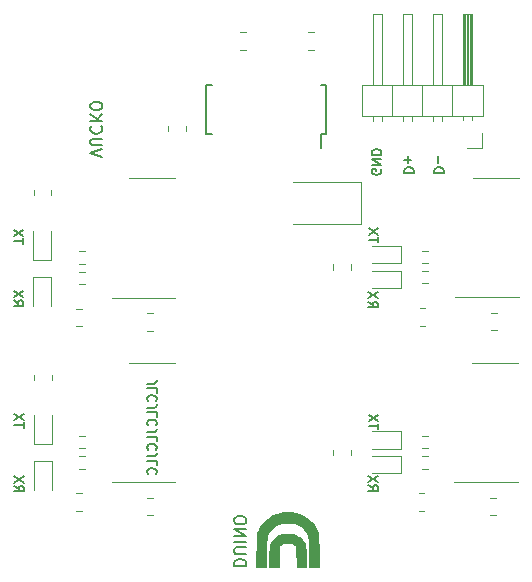
<source format=gbr>
%TF.GenerationSoftware,KiCad,Pcbnew,(6.0.4)*%
%TF.CreationDate,2022-04-04T02:46:47+02:00*%
%TF.ProjectId,Duino Coin,4475696e-6f20-4436-9f69-6e2e6b696361,rev?*%
%TF.SameCoordinates,Original*%
%TF.FileFunction,Legend,Bot*%
%TF.FilePolarity,Positive*%
%FSLAX46Y46*%
G04 Gerber Fmt 4.6, Leading zero omitted, Abs format (unit mm)*
G04 Created by KiCad (PCBNEW (6.0.4)) date 2022-04-04 02:46:47*
%MOMM*%
%LPD*%
G01*
G04 APERTURE LIST*
%ADD10C,0.150000*%
%ADD11C,0.120000*%
%ADD12C,0.010000*%
G04 APERTURE END LIST*
D10*
X181908495Y-129571733D02*
X182289447Y-129838400D01*
X181908495Y-130028876D02*
X182708495Y-130028876D01*
X182708495Y-129724114D01*
X182670400Y-129647923D01*
X182632304Y-129609828D01*
X182556114Y-129571733D01*
X182441828Y-129571733D01*
X182365638Y-129609828D01*
X182327542Y-129647923D01*
X182289447Y-129724114D01*
X182289447Y-130028876D01*
X182708495Y-129305066D02*
X181908495Y-128771733D01*
X182708495Y-128771733D02*
X181908495Y-129305066D01*
X182759295Y-124815523D02*
X182759295Y-124358380D01*
X181959295Y-124586952D02*
X182759295Y-124586952D01*
X182759295Y-124167904D02*
X181959295Y-123634571D01*
X182759295Y-123634571D02*
X181959295Y-124167904D01*
X182975200Y-102819123D02*
X183013295Y-102895314D01*
X183013295Y-103009600D01*
X182975200Y-103123885D01*
X182899009Y-103200076D01*
X182822819Y-103238171D01*
X182670438Y-103276266D01*
X182556152Y-103276266D01*
X182403771Y-103238171D01*
X182327580Y-103200076D01*
X182251390Y-103123885D01*
X182213295Y-103009600D01*
X182213295Y-102933409D01*
X182251390Y-102819123D01*
X182289485Y-102781028D01*
X182556152Y-102781028D01*
X182556152Y-102933409D01*
X182213295Y-102438171D02*
X183013295Y-102438171D01*
X182213295Y-101981028D01*
X183013295Y-101981028D01*
X182213295Y-101600076D02*
X183013295Y-101600076D01*
X183013295Y-101409600D01*
X182975200Y-101295314D01*
X182899009Y-101219123D01*
X182822819Y-101181028D01*
X182670438Y-101142933D01*
X182556152Y-101142933D01*
X182403771Y-101181028D01*
X182327580Y-101219123D01*
X182251390Y-101295314D01*
X182213295Y-101409600D01*
X182213295Y-101600076D01*
X163188704Y-120967961D02*
X163760133Y-120967961D01*
X163874419Y-120929866D01*
X163950609Y-120853676D01*
X163988704Y-120739390D01*
X163988704Y-120663200D01*
X163988704Y-121729866D02*
X163988704Y-121348914D01*
X163188704Y-121348914D01*
X163912514Y-122453676D02*
X163950609Y-122415580D01*
X163988704Y-122301295D01*
X163988704Y-122225104D01*
X163950609Y-122110819D01*
X163874419Y-122034628D01*
X163798228Y-121996533D01*
X163645847Y-121958438D01*
X163531561Y-121958438D01*
X163379180Y-121996533D01*
X163302990Y-122034628D01*
X163226800Y-122110819D01*
X163188704Y-122225104D01*
X163188704Y-122301295D01*
X163226800Y-122415580D01*
X163264895Y-122453676D01*
X163188704Y-123025104D02*
X163760133Y-123025104D01*
X163874419Y-122987009D01*
X163950609Y-122910819D01*
X163988704Y-122796533D01*
X163988704Y-122720342D01*
X163988704Y-123787009D02*
X163988704Y-123406057D01*
X163188704Y-123406057D01*
X163912514Y-124510819D02*
X163950609Y-124472723D01*
X163988704Y-124358438D01*
X163988704Y-124282247D01*
X163950609Y-124167961D01*
X163874419Y-124091771D01*
X163798228Y-124053676D01*
X163645847Y-124015580D01*
X163531561Y-124015580D01*
X163379180Y-124053676D01*
X163302990Y-124091771D01*
X163226800Y-124167961D01*
X163188704Y-124282247D01*
X163188704Y-124358438D01*
X163226800Y-124472723D01*
X163264895Y-124510819D01*
X163188704Y-125082247D02*
X163760133Y-125082247D01*
X163874419Y-125044152D01*
X163950609Y-124967961D01*
X163988704Y-124853676D01*
X163988704Y-124777485D01*
X163988704Y-125844152D02*
X163988704Y-125463200D01*
X163188704Y-125463200D01*
X163912514Y-126567961D02*
X163950609Y-126529866D01*
X163988704Y-126415580D01*
X163988704Y-126339390D01*
X163950609Y-126225104D01*
X163874419Y-126148914D01*
X163798228Y-126110819D01*
X163645847Y-126072723D01*
X163531561Y-126072723D01*
X163379180Y-126110819D01*
X163302990Y-126148914D01*
X163226800Y-126225104D01*
X163188704Y-126339390D01*
X163188704Y-126415580D01*
X163226800Y-126529866D01*
X163264895Y-126567961D01*
X163188704Y-127139390D02*
X163760133Y-127139390D01*
X163874419Y-127101295D01*
X163950609Y-127025104D01*
X163988704Y-126910819D01*
X163988704Y-126834628D01*
X163988704Y-127901295D02*
X163988704Y-127520342D01*
X163188704Y-127520342D01*
X163912514Y-128625104D02*
X163950609Y-128587009D01*
X163988704Y-128472723D01*
X163988704Y-128396533D01*
X163950609Y-128282247D01*
X163874419Y-128206057D01*
X163798228Y-128167961D01*
X163645847Y-128129866D01*
X163531561Y-128129866D01*
X163379180Y-128167961D01*
X163302990Y-128206057D01*
X163226800Y-128282247D01*
X163188704Y-128396533D01*
X163188704Y-128472723D01*
X163226800Y-128587009D01*
X163264895Y-128625104D01*
X159399219Y-101796552D02*
X158399219Y-101463219D01*
X159399219Y-101129885D01*
X159399219Y-100796552D02*
X158589695Y-100796552D01*
X158494457Y-100748933D01*
X158446838Y-100701314D01*
X158399219Y-100606076D01*
X158399219Y-100415600D01*
X158446838Y-100320361D01*
X158494457Y-100272742D01*
X158589695Y-100225123D01*
X159399219Y-100225123D01*
X158494457Y-99177504D02*
X158446838Y-99225123D01*
X158399219Y-99367980D01*
X158399219Y-99463219D01*
X158446838Y-99606076D01*
X158542076Y-99701314D01*
X158637314Y-99748933D01*
X158827790Y-99796552D01*
X158970647Y-99796552D01*
X159161123Y-99748933D01*
X159256361Y-99701314D01*
X159351600Y-99606076D01*
X159399219Y-99463219D01*
X159399219Y-99367980D01*
X159351600Y-99225123D01*
X159303980Y-99177504D01*
X158399219Y-98748933D02*
X159399219Y-98748933D01*
X158399219Y-98177504D02*
X158970647Y-98606076D01*
X159399219Y-98177504D02*
X158827790Y-98748933D01*
X159399219Y-97558457D02*
X159399219Y-97367980D01*
X159351600Y-97272742D01*
X159256361Y-97177504D01*
X159065885Y-97129885D01*
X158732552Y-97129885D01*
X158542076Y-97177504D01*
X158446838Y-97272742D01*
X158399219Y-97367980D01*
X158399219Y-97558457D01*
X158446838Y-97653695D01*
X158542076Y-97748933D01*
X158732552Y-97796552D01*
X159065885Y-97796552D01*
X159256361Y-97748933D01*
X159351600Y-97653695D01*
X159399219Y-97558457D01*
X152685695Y-109118323D02*
X152685695Y-108661180D01*
X151885695Y-108889752D02*
X152685695Y-108889752D01*
X152685695Y-108470704D02*
X151885695Y-107937371D01*
X152685695Y-107937371D02*
X151885695Y-108470704D01*
X182759295Y-109016723D02*
X182759295Y-108559580D01*
X181959295Y-108788152D02*
X182759295Y-108788152D01*
X182759295Y-108369104D02*
X181959295Y-107835771D01*
X182759295Y-107835771D02*
X181959295Y-108369104D01*
X181908495Y-114026933D02*
X182289447Y-114293600D01*
X181908495Y-114484076D02*
X182708495Y-114484076D01*
X182708495Y-114179314D01*
X182670400Y-114103123D01*
X182632304Y-114065028D01*
X182556114Y-114026933D01*
X182441828Y-114026933D01*
X182365638Y-114065028D01*
X182327542Y-114103123D01*
X182289447Y-114179314D01*
X182289447Y-114484076D01*
X182708495Y-113760266D02*
X181908495Y-113226933D01*
X182708495Y-113226933D02*
X181908495Y-113760266D01*
X187496495Y-103117561D02*
X188296495Y-103117561D01*
X188296495Y-102927085D01*
X188258400Y-102812800D01*
X188182209Y-102736609D01*
X188106019Y-102698514D01*
X187953638Y-102660419D01*
X187839352Y-102660419D01*
X187686971Y-102698514D01*
X187610780Y-102736609D01*
X187534590Y-102812800D01*
X187496495Y-102927085D01*
X187496495Y-103117561D01*
X187801257Y-102317561D02*
X187801257Y-101708038D01*
X152736495Y-124713923D02*
X152736495Y-124256780D01*
X151936495Y-124485352D02*
X152736495Y-124485352D01*
X152736495Y-124066304D02*
X151936495Y-123532971D01*
X152736495Y-123532971D02*
X151936495Y-124066304D01*
X184956495Y-103117561D02*
X185756495Y-103117561D01*
X185756495Y-102927085D01*
X185718400Y-102812800D01*
X185642209Y-102736609D01*
X185566019Y-102698514D01*
X185413638Y-102660419D01*
X185299352Y-102660419D01*
X185146971Y-102698514D01*
X185070780Y-102736609D01*
X184994590Y-102812800D01*
X184956495Y-102927085D01*
X184956495Y-103117561D01*
X185261257Y-102317561D02*
X185261257Y-101708038D01*
X184956495Y-102012800D02*
X185566019Y-102012800D01*
X151885695Y-113925333D02*
X152266647Y-114192000D01*
X151885695Y-114382476D02*
X152685695Y-114382476D01*
X152685695Y-114077714D01*
X152647600Y-114001523D01*
X152609504Y-113963428D01*
X152533314Y-113925333D01*
X152419028Y-113925333D01*
X152342838Y-113963428D01*
X152304742Y-114001523D01*
X152266647Y-114077714D01*
X152266647Y-114382476D01*
X152685695Y-113658666D02*
X151885695Y-113125333D01*
X152685695Y-113125333D02*
X151885695Y-113658666D01*
X151936495Y-129622533D02*
X152317447Y-129889200D01*
X151936495Y-130079676D02*
X152736495Y-130079676D01*
X152736495Y-129774914D01*
X152698400Y-129698723D01*
X152660304Y-129660628D01*
X152584114Y-129622533D01*
X152469828Y-129622533D01*
X152393638Y-129660628D01*
X152355542Y-129698723D01*
X152317447Y-129774914D01*
X152317447Y-130079676D01*
X152736495Y-129355866D02*
X151936495Y-128822533D01*
X152736495Y-128822533D02*
X151936495Y-129355866D01*
X170570899Y-136401868D02*
X171570899Y-136401868D01*
X171570899Y-136163773D01*
X171523280Y-136020916D01*
X171428041Y-135925678D01*
X171332803Y-135878059D01*
X171142327Y-135830440D01*
X170999470Y-135830440D01*
X170808994Y-135878059D01*
X170713756Y-135925678D01*
X170618518Y-136020916D01*
X170570899Y-136163773D01*
X170570899Y-136401868D01*
X171570899Y-135401868D02*
X170761375Y-135401868D01*
X170666137Y-135354249D01*
X170618518Y-135306630D01*
X170570899Y-135211392D01*
X170570899Y-135020916D01*
X170618518Y-134925678D01*
X170666137Y-134878059D01*
X170761375Y-134830440D01*
X171570899Y-134830440D01*
X170570899Y-134354249D02*
X171570899Y-134354249D01*
X170570899Y-133878059D02*
X171570899Y-133878059D01*
X170570899Y-133306630D01*
X171570899Y-133306630D01*
X171570899Y-132639963D02*
X171570899Y-132449487D01*
X171523280Y-132354249D01*
X171428041Y-132259011D01*
X171237565Y-132211392D01*
X170904232Y-132211392D01*
X170713756Y-132259011D01*
X170618518Y-132354249D01*
X170570899Y-132449487D01*
X170570899Y-132639963D01*
X170618518Y-132735201D01*
X170713756Y-132830440D01*
X170904232Y-132878059D01*
X171237565Y-132878059D01*
X171428041Y-132830440D01*
X171523280Y-132735201D01*
X171570899Y-132639963D01*
D11*
%TO.C,C2*%
X192793252Y-114962000D02*
X192270748Y-114962000D01*
X192793252Y-116432000D02*
X192270748Y-116432000D01*
%TO.C,C3*%
X163710252Y-130646500D02*
X163187748Y-130646500D01*
X163710252Y-132116500D02*
X163187748Y-132116500D01*
%TO.C,C4*%
X192729752Y-132116500D02*
X192207248Y-132116500D01*
X192729752Y-130646500D02*
X192207248Y-130646500D01*
%TO.C,C5*%
X163710252Y-116495500D02*
X163187748Y-116495500D01*
X163710252Y-115025500D02*
X163187748Y-115025500D01*
%TO.C,C21*%
X176840248Y-92683000D02*
X177362752Y-92683000D01*
X176840248Y-91213000D02*
X177362752Y-91213000D01*
%TO.C,C23*%
X171584252Y-92683000D02*
X171061748Y-92683000D01*
X171584252Y-91213000D02*
X171061748Y-91213000D01*
%TO.C,D1*%
X182270500Y-111406000D02*
X184730500Y-111406000D01*
X184730500Y-112876000D02*
X182270500Y-112876000D01*
X184730500Y-111406000D02*
X184730500Y-112876000D01*
%TO.C,D2*%
X184730500Y-109310500D02*
X184730500Y-110780500D01*
X182270500Y-109310500D02*
X184730500Y-109310500D01*
X184730500Y-110780500D02*
X182270500Y-110780500D01*
%TO.C,D3*%
X153633500Y-129959000D02*
X153633500Y-127499000D01*
X155103500Y-127499000D02*
X155103500Y-129959000D01*
X153633500Y-127499000D02*
X155103500Y-127499000D01*
%TO.C,D4*%
X155103500Y-126120000D02*
X153633500Y-126120000D01*
X153633500Y-126120000D02*
X153633500Y-123660000D01*
X155103500Y-123660000D02*
X155103500Y-126120000D01*
%TO.C,D5*%
X182207000Y-127090500D02*
X184667000Y-127090500D01*
X184667000Y-128560500D02*
X182207000Y-128560500D01*
X184667000Y-127090500D02*
X184667000Y-128560500D01*
%TO.C,D6*%
X184667000Y-124995000D02*
X184667000Y-126465000D01*
X184667000Y-126465000D02*
X182207000Y-126465000D01*
X182207000Y-124995000D02*
X184667000Y-124995000D01*
%TO.C,D7*%
X155040000Y-111941500D02*
X155040000Y-114401500D01*
X153570000Y-114401500D02*
X153570000Y-111941500D01*
X153570000Y-111941500D02*
X155040000Y-111941500D01*
%TO.C,D8*%
X155040000Y-108039000D02*
X155040000Y-110499000D01*
X155040000Y-110499000D02*
X153570000Y-110499000D01*
X153570000Y-110499000D02*
X153570000Y-108039000D01*
%TO.C,R1*%
X186498776Y-112473000D02*
X187008224Y-112473000D01*
X186498776Y-111428000D02*
X187008224Y-111428000D01*
%TO.C,R2*%
X157415776Y-128157500D02*
X157925224Y-128157500D01*
X157415776Y-127112500D02*
X157925224Y-127112500D01*
%TO.C,R3*%
X186435276Y-128157500D02*
X186944724Y-128157500D01*
X186435276Y-127112500D02*
X186944724Y-127112500D01*
%TO.C,R4*%
X157415776Y-111491500D02*
X157925224Y-111491500D01*
X157415776Y-112536500D02*
X157925224Y-112536500D01*
%TO.C,R5*%
X187008224Y-110758500D02*
X186498776Y-110758500D01*
X187008224Y-109713500D02*
X186498776Y-109713500D01*
%TO.C,R6*%
X157925224Y-125398000D02*
X157415776Y-125398000D01*
X157925224Y-126443000D02*
X157415776Y-126443000D01*
%TO.C,R7*%
X186944724Y-125398000D02*
X186435276Y-125398000D01*
X186944724Y-126443000D02*
X186435276Y-126443000D01*
%TO.C,R8*%
X157925224Y-109777000D02*
X157415776Y-109777000D01*
X157925224Y-110822000D02*
X157415776Y-110822000D01*
%TO.C,R9*%
X186726564Y-114581000D02*
X186272436Y-114581000D01*
X186726564Y-116051000D02*
X186272436Y-116051000D01*
%TO.C,R10*%
X178944600Y-111326664D02*
X178944600Y-110872536D01*
X180414600Y-111326664D02*
X180414600Y-110872536D01*
%TO.C,R11*%
X157643564Y-131735500D02*
X157189436Y-131735500D01*
X157643564Y-130265500D02*
X157189436Y-130265500D01*
%TO.C,R12*%
X155116200Y-120219736D02*
X155116200Y-120673864D01*
X153646200Y-120219736D02*
X153646200Y-120673864D01*
%TO.C,R13*%
X186663064Y-131735500D02*
X186208936Y-131735500D01*
X186663064Y-130265500D02*
X186208936Y-130265500D01*
%TO.C,R14*%
X178944600Y-127023864D02*
X178944600Y-126569736D01*
X180414600Y-127023864D02*
X180414600Y-126569736D01*
%TO.C,R15*%
X157643564Y-116114500D02*
X157189436Y-116114500D01*
X157643564Y-114644500D02*
X157189436Y-114644500D01*
%TO.C,R16*%
X153595400Y-104573336D02*
X153595400Y-105027464D01*
X155065400Y-104573336D02*
X155065400Y-105027464D01*
%TO.C,R29*%
X165000000Y-99604564D02*
X165000000Y-99150436D01*
X166470000Y-99604564D02*
X166470000Y-99150436D01*
%TO.C,J4*%
X191626800Y-98331200D02*
X181346800Y-98331200D01*
X181346800Y-98331200D02*
X181346800Y-95671200D01*
X190016800Y-95671200D02*
X190016800Y-89671200D01*
X190496800Y-95671200D02*
X190496800Y-89671200D01*
X189916800Y-98661200D02*
X189916800Y-98331200D01*
X184836800Y-89671200D02*
X184836800Y-95671200D01*
X188136800Y-89671200D02*
X187376800Y-89671200D01*
X190296800Y-101041200D02*
X191566800Y-101041200D01*
X191626800Y-95671200D02*
X191626800Y-98331200D01*
X185596800Y-98728271D02*
X185596800Y-98331200D01*
X185596800Y-89671200D02*
X184836800Y-89671200D01*
X190136800Y-95671200D02*
X190136800Y-89671200D01*
X187376800Y-98728271D02*
X187376800Y-98331200D01*
X182296800Y-89671200D02*
X182296800Y-95671200D01*
X189916800Y-89671200D02*
X189916800Y-95671200D01*
X190376800Y-95671200D02*
X190376800Y-89671200D01*
X184836800Y-98728271D02*
X184836800Y-98331200D01*
X189026800Y-98331200D02*
X189026800Y-95671200D01*
X183946800Y-98331200D02*
X183946800Y-95671200D01*
X185596800Y-95671200D02*
X185596800Y-89671200D01*
X183056800Y-95671200D02*
X183056800Y-89671200D01*
X188136800Y-95671200D02*
X188136800Y-89671200D01*
X190616800Y-95671200D02*
X190616800Y-89671200D01*
X190256800Y-95671200D02*
X190256800Y-89671200D01*
X187376800Y-89671200D02*
X187376800Y-95671200D01*
X191566800Y-101041200D02*
X191566800Y-99771200D01*
X183056800Y-98728271D02*
X183056800Y-98331200D01*
X186486800Y-98331200D02*
X186486800Y-95671200D01*
X182296800Y-98728271D02*
X182296800Y-98331200D01*
X181346800Y-95671200D02*
X191626800Y-95671200D01*
X188136800Y-98728271D02*
X188136800Y-98331200D01*
X183056800Y-89671200D02*
X182296800Y-89671200D01*
X190676800Y-95671200D02*
X190676800Y-89671200D01*
X190676800Y-89671200D02*
X189916800Y-89671200D01*
X190676800Y-98661200D02*
X190676800Y-98331200D01*
%TO.C,U1*%
X192722500Y-103525000D02*
X190772500Y-103525000D01*
X192722500Y-113645000D02*
X189272500Y-113645000D01*
X192722500Y-103525000D02*
X194672500Y-103525000D01*
X192722500Y-113645000D02*
X194672500Y-113645000D01*
%TO.C,U2*%
X163639500Y-129329500D02*
X165589500Y-129329500D01*
X163639500Y-119209500D02*
X165589500Y-119209500D01*
X163639500Y-129329500D02*
X160189500Y-129329500D01*
X163639500Y-119209500D02*
X161689500Y-119209500D01*
%TO.C,U3*%
X192659000Y-119209500D02*
X190709000Y-119209500D01*
X192659000Y-129329500D02*
X189209000Y-129329500D01*
X192659000Y-119209500D02*
X194609000Y-119209500D01*
X192659000Y-129329500D02*
X194609000Y-129329500D01*
%TO.C,U4*%
X163639500Y-113708500D02*
X160189500Y-113708500D01*
X163639500Y-113708500D02*
X165589500Y-113708500D01*
X163639500Y-103588500D02*
X165589500Y-103588500D01*
X163639500Y-103588500D02*
X161689500Y-103588500D01*
D10*
%TO.C,U5*%
X168211500Y-99865000D02*
X168691500Y-99865000D01*
X178371500Y-99865000D02*
X178371500Y-95715000D01*
X178371500Y-99865000D02*
X177891500Y-99865000D01*
X168211500Y-95715000D02*
X168691500Y-95715000D01*
X177891500Y-99865000D02*
X177891500Y-100990000D01*
X168211500Y-99865000D02*
X168211500Y-95715000D01*
X178371500Y-95715000D02*
X177891500Y-95715000D01*
D11*
%TO.C,Y5*%
X175557200Y-103864000D02*
X181307200Y-103864000D01*
X181307200Y-107464000D02*
X175557200Y-107464000D01*
X181307200Y-103864000D02*
X181307200Y-107464000D01*
%TO.C,L2*%
G36*
X175196841Y-131862746D02*
G01*
X175352344Y-131866320D01*
X175484377Y-131874760D01*
X175603010Y-131889438D01*
X175718314Y-131911724D01*
X175840359Y-131942991D01*
X175979215Y-131984610D01*
X175993832Y-131989249D01*
X176267594Y-132095975D01*
X176530193Y-132235187D01*
X176776994Y-132402968D01*
X177003358Y-132595398D01*
X177204652Y-132808560D01*
X177376238Y-133038533D01*
X177513479Y-133281400D01*
X177536558Y-133329502D01*
X177568119Y-133395689D01*
X177595322Y-133455589D01*
X177618507Y-133512507D01*
X177638011Y-133569750D01*
X177654173Y-133630624D01*
X177667332Y-133698434D01*
X177677826Y-133776488D01*
X177685994Y-133868091D01*
X177692173Y-133976549D01*
X177696703Y-134105168D01*
X177699923Y-134257255D01*
X177702169Y-134436116D01*
X177703781Y-134645056D01*
X177705098Y-134887382D01*
X177706458Y-135166400D01*
X177713289Y-136531400D01*
X176871720Y-136531400D01*
X176871373Y-135306400D01*
X176871345Y-135215450D01*
X176871144Y-134958478D01*
X176870555Y-134737075D01*
X176869294Y-134547887D01*
X176867079Y-134387563D01*
X176863626Y-134252751D01*
X176858652Y-134140098D01*
X176851873Y-134046254D01*
X176843007Y-133967865D01*
X176831771Y-133901580D01*
X176817881Y-133844047D01*
X176801053Y-133791914D01*
X176781006Y-133741829D01*
X176757455Y-133690440D01*
X176730118Y-133634395D01*
X176711387Y-133598098D01*
X176594906Y-133420515D01*
X176445337Y-133254593D01*
X176267958Y-133104362D01*
X176068044Y-132973849D01*
X175850872Y-132867085D01*
X175621720Y-132788098D01*
X175557635Y-132772031D01*
X175494375Y-132760181D01*
X175424496Y-132752089D01*
X175339656Y-132747049D01*
X175231511Y-132744358D01*
X175091720Y-132743309D01*
X175057253Y-132743232D01*
X174927323Y-132743712D01*
X174826973Y-132746045D01*
X174747721Y-132750933D01*
X174681083Y-132759077D01*
X174618577Y-132771178D01*
X174551720Y-132787936D01*
X174325265Y-132864562D01*
X174108039Y-132969549D01*
X173908249Y-133098171D01*
X173730345Y-133246703D01*
X173578776Y-133411424D01*
X173457992Y-133588611D01*
X173372442Y-133774542D01*
X173359399Y-133813194D01*
X173345158Y-133861525D01*
X173333060Y-133912970D01*
X173322931Y-133970882D01*
X173314600Y-134038615D01*
X173307892Y-134119522D01*
X173302635Y-134216956D01*
X173298655Y-134334269D01*
X173295781Y-134474816D01*
X173293838Y-134641949D01*
X173292655Y-134839023D01*
X173292057Y-135069388D01*
X173291872Y-135336400D01*
X173291720Y-136531400D01*
X172449898Y-136531400D01*
X172463438Y-133821400D01*
X172516923Y-133637408D01*
X172528038Y-133600286D01*
X172633558Y-133322435D01*
X172773155Y-133063945D01*
X172947544Y-132823816D01*
X173157439Y-132601045D01*
X173403555Y-132394631D01*
X173590350Y-132265567D01*
X173866954Y-132112885D01*
X174160994Y-131994238D01*
X174477047Y-131907550D01*
X174478857Y-131907157D01*
X174559664Y-131890991D01*
X174636661Y-131879179D01*
X174718605Y-131871066D01*
X174814257Y-131865997D01*
X174932376Y-131863319D01*
X175081720Y-131862376D01*
X175196841Y-131862746D01*
G37*
D12*
X175196841Y-131862746D02*
X175352344Y-131866320D01*
X175484377Y-131874760D01*
X175603010Y-131889438D01*
X175718314Y-131911724D01*
X175840359Y-131942991D01*
X175979215Y-131984610D01*
X175993832Y-131989249D01*
X176267594Y-132095975D01*
X176530193Y-132235187D01*
X176776994Y-132402968D01*
X177003358Y-132595398D01*
X177204652Y-132808560D01*
X177376238Y-133038533D01*
X177513479Y-133281400D01*
X177536558Y-133329502D01*
X177568119Y-133395689D01*
X177595322Y-133455589D01*
X177618507Y-133512507D01*
X177638011Y-133569750D01*
X177654173Y-133630624D01*
X177667332Y-133698434D01*
X177677826Y-133776488D01*
X177685994Y-133868091D01*
X177692173Y-133976549D01*
X177696703Y-134105168D01*
X177699923Y-134257255D01*
X177702169Y-134436116D01*
X177703781Y-134645056D01*
X177705098Y-134887382D01*
X177706458Y-135166400D01*
X177713289Y-136531400D01*
X176871720Y-136531400D01*
X176871373Y-135306400D01*
X176871345Y-135215450D01*
X176871144Y-134958478D01*
X176870555Y-134737075D01*
X176869294Y-134547887D01*
X176867079Y-134387563D01*
X176863626Y-134252751D01*
X176858652Y-134140098D01*
X176851873Y-134046254D01*
X176843007Y-133967865D01*
X176831771Y-133901580D01*
X176817881Y-133844047D01*
X176801053Y-133791914D01*
X176781006Y-133741829D01*
X176757455Y-133690440D01*
X176730118Y-133634395D01*
X176711387Y-133598098D01*
X176594906Y-133420515D01*
X176445337Y-133254593D01*
X176267958Y-133104362D01*
X176068044Y-132973849D01*
X175850872Y-132867085D01*
X175621720Y-132788098D01*
X175557635Y-132772031D01*
X175494375Y-132760181D01*
X175424496Y-132752089D01*
X175339656Y-132747049D01*
X175231511Y-132744358D01*
X175091720Y-132743309D01*
X175057253Y-132743232D01*
X174927323Y-132743712D01*
X174826973Y-132746045D01*
X174747721Y-132750933D01*
X174681083Y-132759077D01*
X174618577Y-132771178D01*
X174551720Y-132787936D01*
X174325265Y-132864562D01*
X174108039Y-132969549D01*
X173908249Y-133098171D01*
X173730345Y-133246703D01*
X173578776Y-133411424D01*
X173457992Y-133588611D01*
X173372442Y-133774542D01*
X173359399Y-133813194D01*
X173345158Y-133861525D01*
X173333060Y-133912970D01*
X173322931Y-133970882D01*
X173314600Y-134038615D01*
X173307892Y-134119522D01*
X173302635Y-134216956D01*
X173298655Y-134334269D01*
X173295781Y-134474816D01*
X173293838Y-134641949D01*
X173292655Y-134839023D01*
X173292057Y-135069388D01*
X173291872Y-135336400D01*
X173291720Y-136531400D01*
X172449898Y-136531400D01*
X172463438Y-133821400D01*
X172516923Y-133637408D01*
X172528038Y-133600286D01*
X172633558Y-133322435D01*
X172773155Y-133063945D01*
X172947544Y-132823816D01*
X173157439Y-132601045D01*
X173403555Y-132394631D01*
X173590350Y-132265567D01*
X173866954Y-132112885D01*
X174160994Y-131994238D01*
X174477047Y-131907550D01*
X174478857Y-131907157D01*
X174559664Y-131890991D01*
X174636661Y-131879179D01*
X174718605Y-131871066D01*
X174814257Y-131865997D01*
X174932376Y-131863319D01*
X175081720Y-131862376D01*
X175196841Y-131862746D01*
G36*
X175189635Y-133684270D02*
G01*
X175334742Y-133691053D01*
X175458388Y-133706297D01*
X175571369Y-133732051D01*
X175684483Y-133770365D01*
X175808526Y-133823288D01*
X175833230Y-133834856D01*
X176026011Y-133944725D01*
X176197087Y-134077529D01*
X176342804Y-134228932D01*
X176459506Y-134394601D01*
X176543538Y-134570202D01*
X176591246Y-134751400D01*
X176592695Y-134762849D01*
X176597027Y-134823120D01*
X176600993Y-134916697D01*
X176604486Y-135038514D01*
X176607398Y-135183503D01*
X176609621Y-135346597D01*
X176611047Y-135522729D01*
X176611569Y-135706832D01*
X176611720Y-136532264D01*
X175841720Y-136521400D01*
X175821720Y-134798406D01*
X175771720Y-134724952D01*
X175766881Y-134718013D01*
X175682614Y-134627942D01*
X175569030Y-134548161D01*
X175435981Y-134485693D01*
X175351021Y-134462767D01*
X175227320Y-134445932D01*
X175090395Y-134440076D01*
X174953181Y-134445157D01*
X174828609Y-134461135D01*
X174729615Y-134487968D01*
X174711706Y-134495193D01*
X174576807Y-134562356D01*
X174467795Y-134640304D01*
X174391720Y-134724110D01*
X174341720Y-134798419D01*
X174336110Y-135664910D01*
X174330499Y-136531400D01*
X173551720Y-136531400D01*
X173552068Y-135686400D01*
X173552080Y-135662142D01*
X173552509Y-135436946D01*
X173553753Y-135247283D01*
X173556181Y-135089090D01*
X173560160Y-134958302D01*
X173566058Y-134850857D01*
X173574245Y-134762689D01*
X173585088Y-134689735D01*
X173598955Y-134627931D01*
X173616214Y-134573213D01*
X173637234Y-134521517D01*
X173662383Y-134468779D01*
X173674044Y-134446050D01*
X173795854Y-134256752D01*
X173949708Y-134089742D01*
X174133500Y-133946692D01*
X174345121Y-133829272D01*
X174582465Y-133739154D01*
X174647042Y-133720318D01*
X174712891Y-133704393D01*
X174778134Y-133693900D01*
X174852920Y-133687682D01*
X174947399Y-133684584D01*
X175071720Y-133683451D01*
X175189635Y-133684270D01*
G37*
X175189635Y-133684270D02*
X175334742Y-133691053D01*
X175458388Y-133706297D01*
X175571369Y-133732051D01*
X175684483Y-133770365D01*
X175808526Y-133823288D01*
X175833230Y-133834856D01*
X176026011Y-133944725D01*
X176197087Y-134077529D01*
X176342804Y-134228932D01*
X176459506Y-134394601D01*
X176543538Y-134570202D01*
X176591246Y-134751400D01*
X176592695Y-134762849D01*
X176597027Y-134823120D01*
X176600993Y-134916697D01*
X176604486Y-135038514D01*
X176607398Y-135183503D01*
X176609621Y-135346597D01*
X176611047Y-135522729D01*
X176611569Y-135706832D01*
X176611720Y-136532264D01*
X175841720Y-136521400D01*
X175821720Y-134798406D01*
X175771720Y-134724952D01*
X175766881Y-134718013D01*
X175682614Y-134627942D01*
X175569030Y-134548161D01*
X175435981Y-134485693D01*
X175351021Y-134462767D01*
X175227320Y-134445932D01*
X175090395Y-134440076D01*
X174953181Y-134445157D01*
X174828609Y-134461135D01*
X174729615Y-134487968D01*
X174711706Y-134495193D01*
X174576807Y-134562356D01*
X174467795Y-134640304D01*
X174391720Y-134724110D01*
X174341720Y-134798419D01*
X174336110Y-135664910D01*
X174330499Y-136531400D01*
X173551720Y-136531400D01*
X173552068Y-135686400D01*
X173552080Y-135662142D01*
X173552509Y-135436946D01*
X173553753Y-135247283D01*
X173556181Y-135089090D01*
X173560160Y-134958302D01*
X173566058Y-134850857D01*
X173574245Y-134762689D01*
X173585088Y-134689735D01*
X173598955Y-134627931D01*
X173616214Y-134573213D01*
X173637234Y-134521517D01*
X173662383Y-134468779D01*
X173674044Y-134446050D01*
X173795854Y-134256752D01*
X173949708Y-134089742D01*
X174133500Y-133946692D01*
X174345121Y-133829272D01*
X174582465Y-133739154D01*
X174647042Y-133720318D01*
X174712891Y-133704393D01*
X174778134Y-133693900D01*
X174852920Y-133687682D01*
X174947399Y-133684584D01*
X175071720Y-133683451D01*
X175189635Y-133684270D01*
%TD*%
M02*

</source>
